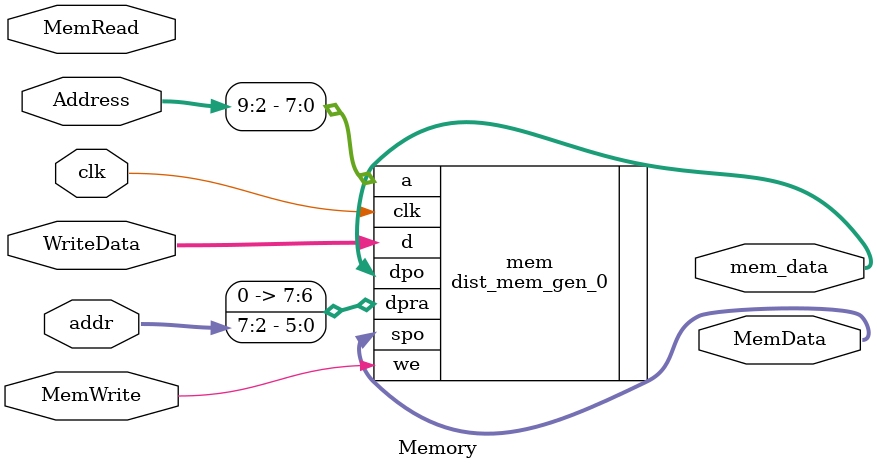
<source format=v>
`timescale 1ns / 1ps


module Memory(
//----------------------------------------
    input               clk,
//----------------------------------------
    input               MemRead,
    input               MemWrite,
    input       [31:0]  Address,
    input       [31:0]  WriteData,
    output      [31:0]  MemData,
//----------------------------------------
//  input       [31:0]  addr,
    input       [7:0]   addr,
    output      [31:0]  mem_data
//----------------------------------------
    );
//----------------------------------------
dist_mem_gen_0 mem (
  .a(Address[9:2]),                 // input wire [7 : 0] a
  .d(WriteData),                    // input wire [31 : 0] d
  .dpra( { 2'b00, addr[7:2] } ),    // input wire [7 : 0] dpra
  .clk(clk),                        // input wire clk
  .we(MemWrite),                    // input wire we
  .spo(MemData),                    // output wire [31 : 0] spo
  .dpo(mem_data)                    // output wire [31 : 0] dpo
);
//----------------------------------------
endmodule

</source>
